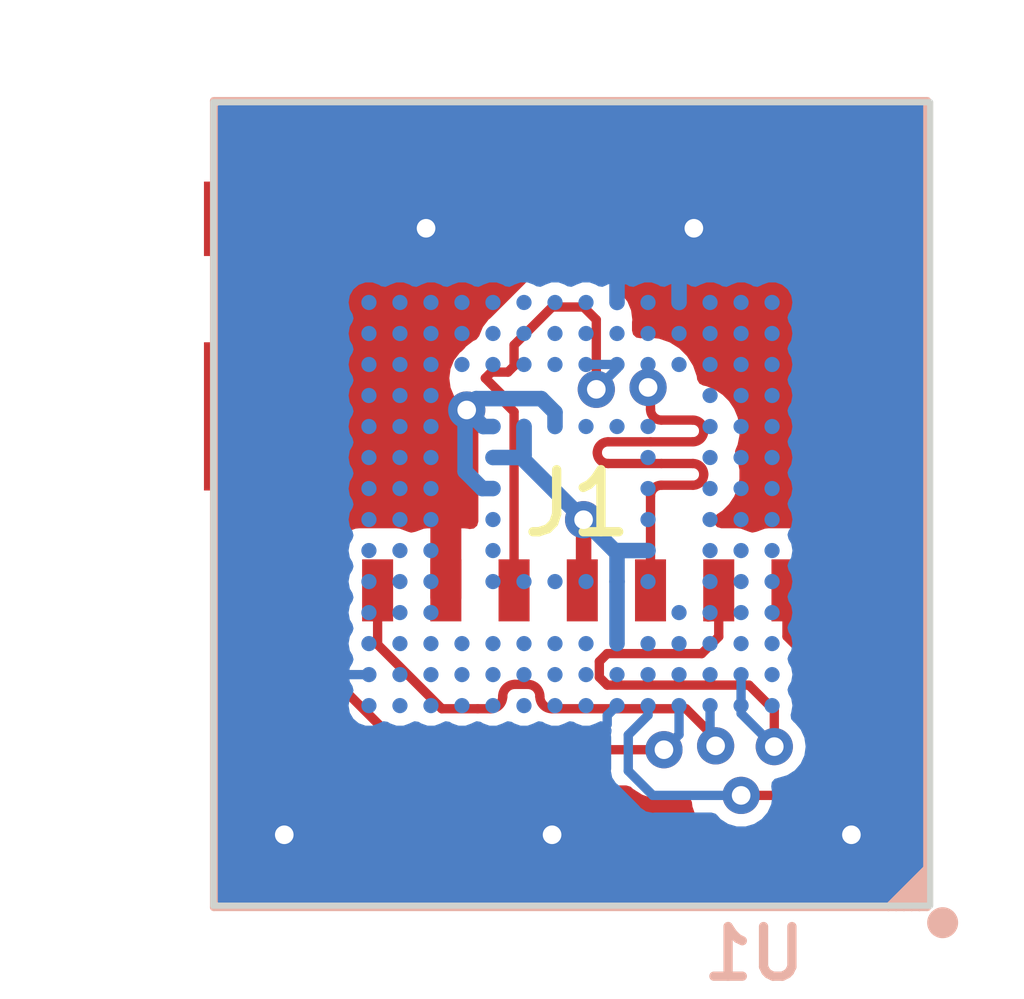
<source format=kicad_pcb>
(kicad_pcb (version 20221018) (generator pcbnew)
  (layers (0 "F.Cu" signal) (31 "B.Cu" signal) (34 "B.Paste" user) (35 "F.Paste" user) (36 "B.SilkS" user "B.Silkscreen") (37 "F.SilkS" user "F.Silkscreen") (38 "B.Mask" user) (39 "F.Mask" user) (44 "Edge.Cuts" user))
  (net 0 "")
  (net 1 "Net-(J1-DAT2)")
  (net 2 "Net-(J1-DAT3{slash}CD)")
  (net 3 "Net-(J1-CMD)")
  (net 4 "Net-(J1-CLK)")
  (net 5 "GND")
  (net 6 "Net-(J1-DAT0)")
  (net 7 "Net-(J1-DAT1)")
  (net 13 "VDD")
  (footprint "Library:microsd_molex_1051620001" (layer "F.Cu") (at 99.06 69.705)
    (fp_text reference "J1" (at 0.28 2.17) (layer "F.SilkS"))
    (fp_text value "Micro_SD_Card")
    (pad "" smd rect (at -2.035 -3.665) (size 2.91 0.55) (layers "F.Cu" "F.Paste" "F.Mask") (net 5 "GND"))
    (pad "" smd rect (at 2.155 -3.665) (size 2.91 0.55) (layers "F.Cu" "F.Paste" "F.Mask") (net 5 "GND"))
    (pad "1" smd rect (at 3.66 3.57) (size 0.5 1) (layers "F.Cu" "F.Paste" "F.Mask") (net 1 "Net-(J1-DAT2)"))
    (pad "2" smd rect (at 2.56 3.57) (size 0.5 1) (layers "F.Cu" "F.Paste" "F.Mask") (net 2 "Net-(J1-DAT3{slash}CD)"))
    (pad "3" smd rect (at 1.46 3.57) (size 0.5 1) (layers "F.Cu" "F.Paste" "F.Mask") (net 3 "Net-(J1-CMD)"))
    (pad "4" smd rect (at 0.36 3.57) (size 0.5 1) (layers "F.Cu" "F.Paste" "F.Mask") (net 13 "VDD"))
    (pad "5" smd rect (at -0.74 3.57) (size 0.5 1) (layers "F.Cu" "F.Paste" "F.Mask") (net 4 "Net-(J1-CLK)"))
    (pad "6" smd rect (at -1.84 3.57) (size 0.5 1) (layers "F.Cu" "F.Paste" "F.Mask") (net 5 "GND"))
    (pad "7" smd rect (at -2.94 3.57) (size 0.5 1) (layers "F.Cu" "F.Paste" "F.Mask") (net 6 "Net-(J1-DAT0)"))
    (pad "8" smd rect (at -4.04 3.57) (size 0.5 1) (layers "F.Cu" "F.Paste" "F.Mask") (net 7 "Net-(J1-DAT1)"))
    (pad "9" smd rect (at 5.42 0.89) (size 0.72 0.78) (layers "F.Cu" "F.Paste" "F.Mask") (net 5 "GND"))
    (pad "MP" smd rect (at -5.215 -2.42) (size 1.05 1.2) (layers "F.Cu" "F.Paste" "F.Mask") (net 5 "GND"))
    (pad "MP" smd rect (at -5.215 0.765) (size 1.05 2.39) (layers "F.Cu" "F.Paste" "F.Mask") (net 5 "GND"))
    (pad "MP" smd rect (at 5.42 -0.38) (size 1.05 1.08) (layers "F.Cu" "F.Paste" "F.Mask") (net 5 "GND"))
    (pad "MP" smd rect (at 5.43 -2.99) (size 1.05 1.2) (layers "F.Cu" "F.Paste" "F.Mask") (net 5 "GND"))
  )
  (footprint "Library:BGA153EMMC-reversed" (layer "B.Cu") (at 99.23 72.3835 180)
    (fp_text reference "U1" (at -2.96 -6.75) (layer "B.SilkS") (effects (font (size 0.8 0.8)) (justify mirror)))
    (fp_text value "EMMC04G-S100-B08U")
    (fp_line (start -5.75 -6) (end -5.75 -5.875) (stroke (width 0.127)) (layer "B.SilkS"))
    (fp_line (start -5.75 -5.875) (end -5.75 -5.75) (stroke (width 0.127)) (layer "B.SilkS"))
    (fp_line (start -5.75 -5.875) (end -5.625 -6) (stroke (width 0.127)) (layer "B.SilkS"))
    (fp_line (start -5.75 -5.75) (end -5.75 -5.625) (stroke (width 0.127)) (layer "B.SilkS"))
    (fp_line (start -5.75 -5.75) (end -5.5 -6) (stroke (width 0.127)) (layer "B.SilkS"))
    (fp_line (start -5.75 -5.625) (end -5.75 -5.5) (stroke (width 0.127)) (layer "B.SilkS"))
    (fp_line (start -5.75 -5.625) (end -5.375 -6) (stroke (width 0.127)) (layer "B.SilkS"))
    (fp_line (start -5.75 -5.5) (end -5.75 -5.375) (stroke (width 0.127)) (layer "B.SilkS"))
    (fp_line (start -5.75 -5.5) (end -5.25 -6) (stroke (width 0.127)) (layer "B.SilkS"))
    (fp_line (start -5.75 -5.375) (end -5.75 7) (stroke (width 0.127)) (layer "B.SilkS"))
    (fp_line (start -5.75 -5.375) (end -5.125 -6) (stroke (width 0.127)) (layer "B.SilkS"))
    (fp_line (start -5.75 7) (end 5.75 7) (stroke (width 0.127)) (layer "B.SilkS"))
    (fp_line (start -5.625 -6) (end -5.75 -6) (stroke (width 0.127)) (layer "B.SilkS"))
    (fp_line (start -5.5 -6) (end -5.625 -6) (stroke (width 0.127)) (layer "B.SilkS"))
    (fp_line (start -5.375 -6) (end -5.5 -6) (stroke (width 0.127)) (layer "B.SilkS"))
    (fp_line (start -5.25 -6) (end -5.375 -6) (stroke (width 0.127)) (layer "B.SilkS"))
    (fp_line (start -5.125 -6) (end -5.25 -6) (stroke (width 0.127)) (layer "B.SilkS"))
    (fp_line (start 5.75 -6) (end -5.125 -6) (stroke (width 0.127)) (layer "B.SilkS"))
    (fp_line (start 5.75 7) (end 5.75 -6) (stroke (width 0.127)) (layer "B.SilkS"))
    (fp_circle (center -6 -6.25) (end -5.875 -6.25) (stroke (width 0.25)) (fill none) (layer "B.SilkS"))
    (pad "A1" smd circle (at -3.25 -2.75 180) (size 0.245 0.245) (layers "B.Cu" "B.Paste" "B.Mask"))
    (pad "A2" smd circle (at -2.75 -2.75 180) (size 0.245 0.245) (layers "B.Cu" "B.Paste" "B.Mask"))
    (pad "A3" smd circle (at -2.25 -2.75 180) (size 0.245 0.245) (layers "B.Cu" "B.Paste" "B.Mask") (net 6 "Net-(J1-DAT0)"))
    (pad "A4" smd circle (at -1.75 -2.75 180) (size 0.245 0.245) (layers "B.Cu" "B.Paste" "B.Mask") (net 7 "Net-(J1-DAT1)"))
    (pad "A5" smd circle (at -1.25 -2.75 180) (size 0.245 0.245) (layers "B.Cu" "B.Paste" "B.Mask") (net 1 "Net-(J1-DAT2)"))
    (pad "A6" smd circle (at -0.75 -2.75 180) (size 0.245 0.245) (layers "B.Cu" "B.Paste" "B.Mask"))
    (pad "A7" smd circle (at -0.25 -2.75 180) (size 0.245 0.245) (layers "B.Cu" "B.Paste" "B.Mask"))
    (pad "A8" smd circle (at 0.25 -2.75 180) (size 0.245 0.245) (layers "B.Cu" "B.Paste" "B.Mask"))
    (pad "A9" smd circle (at 0.75 -2.75 180) (size 0.245 0.245) (layers "B.Cu" "B.Paste" "B.Mask"))
    (pad "A10" smd circle (at 1.25 -2.75 180) (size 0.245 0.245) (layers "B.Cu" "B.Paste" "B.Mask"))
    (pad "A11" smd circle (at 1.75 -2.75 180) (size 0.245 0.245) (layers "B.Cu" "B.Paste" "B.Mask"))
    (pad "A12" smd circle (at 2.25 -2.75 180) (size 0.245 0.245) (layers "B.Cu" "B.Paste" "B.Mask"))
    (pad "A13" smd circle (at 2.75 -2.75 180) (size 0.245 0.245) (layers "B.Cu" "B.Paste" "B.Mask"))
    (pad "A14" smd circle (at 3.25 -2.75 180) (size 0.245 0.245) (layers "B.Cu" "B.Paste" "B.Mask"))
    (pad "B1" smd circle (at -3.25 -2.25 180) (size 0.245 0.245) (layers "B.Cu" "B.Paste" "B.Mask"))
    (pad "B2" smd circle (at -2.75 -2.25 180) (size 0.245 0.245) (layers "B.Cu" "B.Paste" "B.Mask") (net 2 "Net-(J1-DAT3{slash}CD)"))
    (pad "B3" smd circle (at -2.25 -2.25 180) (size 0.245 0.245) (layers "B.Cu" "B.Paste" "B.Mask"))
    (pad "B4" smd circle (at -1.75 -2.25 180) (size 0.245 0.245) (layers "B.Cu" "B.Paste" "B.Mask"))
    (pad "B5" smd circle (at -1.25 -2.25 180) (size 0.245 0.245) (layers "B.Cu" "B.Paste" "B.Mask"))
    (pad "B6" smd circle (at -0.75 -2.25 180) (size 0.245 0.245) (layers "B.Cu" "B.Paste" "B.Mask"))
    (pad "B7" smd circle (at -0.25 -2.25 180) (size 0.245 0.245) (layers "B.Cu" "B.Paste" "B.Mask"))
    (pad "B8" smd circle (at 0.25 -2.25 180) (size 0.245 0.245) (layers "B.Cu" "B.Paste" "B.Mask"))
    (pad "B9" smd circle (at 0.75 -2.25 180) (size 0.245 0.245) (layers "B.Cu" "B.Paste" "B.Mask"))
    (pad "B10" smd circle (at 1.25 -2.25 180) (size 0.245 0.245) (layers "B.Cu" "B.Paste" "B.Mask"))
    (pad "B11" smd circle (at 1.75 -2.25 180) (size 0.245 0.245) (layers "B.Cu" "B.Paste" "B.Mask"))
    (pad "B12" smd circle (at 2.25 -2.25 180) (size 0.245 0.245) (layers "B.Cu" "B.Paste" "B.Mask"))
    (pad "B13" smd circle (at 2.75 -2.25 180) (size 0.245 0.245) (layers "B.Cu" "B.Paste" "B.Mask"))
    (pad "B14" smd circle (at 3.25 -2.25 180) (size 0.245 0.245) (layers "B.Cu" "B.Paste" "B.Mask"))
    (pad "C1" smd circle (at -3.25 -1.75 180) (size 0.245 0.245) (layers "B.Cu" "B.Paste" "B.Mask"))
    (pad "C2" smd circle (at -2.75 -1.75 180) (size 0.245 0.245) (layers "B.Cu" "B.Paste" "B.Mask") (net 13 "VDD"))
    (pad "C3" smd circle (at -2.25 -1.75 180) (size 0.245 0.245) (layers "B.Cu" "B.Paste" "B.Mask"))
    (pad "C4" smd circle (at -1.75 -1.75 180) (size 0.245 0.245) (layers "B.Cu" "B.Paste" "B.Mask") (net 5 "GND"))
    (pad "C5" smd circle (at -1.25 -1.75 180) (size 0.245 0.245) (layers "B.Cu" "B.Paste" "B.Mask"))
    (pad "C6" smd circle (at -0.75 -1.75 180) (size 0.245 0.245) (layers "B.Cu" "B.Paste" "B.Mask") (net 13 "VDD"))
    (pad "C7" smd circle (at -0.25 -1.75 180) (size 0.245 0.245) (layers "B.Cu" "B.Paste" "B.Mask"))
    (pad "C8" smd circle (at 0.25 -1.75 180) (size 0.245 0.245) (layers "B.Cu" "B.Paste" "B.Mask"))
    (pad "C9" smd circle (at 0.75 -1.75 180) (size 0.245 0.245) (layers "B.Cu" "B.Paste" "B.Mask"))
    (pad "C10" smd circle (at 1.25 -1.75 180) (size 0.245 0.245) (layers "B.Cu" "B.Paste" "B.Mask"))
    (pad "C11" smd circle (at 1.75 -1.75 180) (size 0.245 0.245) (layers "B.Cu" "B.Paste" "B.Mask"))
    (pad "C12" smd circle (at 2.25 -1.75 180) (size 0.245 0.245) (layers "B.Cu" "B.Paste" "B.Mask"))
    (pad "C13" smd circle (at 2.75 -1.75 180) (size 0.245 0.245) (layers "B.Cu" "B.Paste" "B.Mask"))
    (pad "C14" smd circle (at 3.25 -1.75 180) (size 0.245 0.245) (layers "B.Cu" "B.Paste" "B.Mask"))
    (pad "D1" smd circle (at -3.25 -1.25 180) (size 0.245 0.245) (layers "B.Cu" "B.Paste" "B.Mask") (net 5 "GND"))
    (pad "D2" smd circle (at -2.75 -1.25 180) (size 0.245 0.245) (layers "B.Cu" "B.Paste" "B.Mask"))
    (pad "D3" smd circle (at -2.25 -1.25 180) (size 0.245 0.245) (layers "B.Cu" "B.Paste" "B.Mask"))
    (pad "D4" smd circle (at -1.75 -1.25 180) (size 0.245 0.245) (layers "B.Cu" "B.Paste" "B.Mask"))
    (pad "D12" smd circle (at 2.25 -1.25 180) (size 0.245 0.245) (layers "B.Cu" "B.Paste" "B.Mask"))
    (pad "D13" smd circle (at 2.75 -1.25 180) (size 0.245 0.245) (layers "B.Cu" "B.Paste" "B.Mask"))
    (pad "D14" smd circle (at 3.25 -1.25 180) (size 0.245 0.245) (layers "B.Cu" "B.Paste" "B.Mask"))
    (pad "E1" smd circle (at -3.25 -0.75 180) (size 0.245 0.245) (layers "B.Cu" "B.Paste" "B.Mask"))
    (pad "E2" smd circle (at -2.75 -0.75 180) (size 0.245 0.245) (layers "B.Cu" "B.Paste" "B.Mask"))
    (pad "E3" smd circle (at -2.25 -0.75 180) (size 0.245 0.245) (layers "B.Cu" "B.Paste" "B.Mask"))
    (pad "E5" smd circle (at -1.25 -0.75 180) (size 0.245 0.245) (layers "B.Cu" "B.Paste" "B.Mask"))
    (pad "E6" smd circle (at -0.75 -0.75 180) (size 0.245 0.245) (layers "B.Cu" "B.Paste" "B.Mask") (net 13 "VDD"))
    (pad "E7" smd circle (at -0.25 -0.75 180) (size 0.245 0.245) (layers "B.Cu" "B.Paste" "B.Mask") (net 5 "GND"))
    (pad "E8" smd circle (at 0.25 -0.75 180) (size 0.245 0.245) (layers "B.Cu" "B.Paste" "B.Mask"))
    (pad "E9" smd circle (at 0.75 -0.75 180) (size 0.245 0.245) (layers "B.Cu" "B.Paste" "B.Mask"))
    (pad "E10" smd circle (at 1.25 -0.75 180) (size 0.245 0.245) (layers "B.Cu" "B.Paste" "B.Mask"))
    (pad "E12" smd circle (at 2.25 -0.75 180) (size 0.245 0.245) (layers "B.Cu" "B.Paste" "B.Mask"))
    (pad "E13" smd circle (at 2.75 -0.75 180) (size 0.245 0.245) (layers "B.Cu" "B.Paste" "B.Mask"))
    (pad "E14" smd circle (at 3.25 -0.75 180) (size 0.245 0.245) (layers "B.Cu" "B.Paste" "B.Mask"))
    (pad "F1" smd circle (at -3.25 -0.25 180) (size 0.245 0.245) (layers "B.Cu" "B.Paste" "B.Mask"))
    (pad "F2" smd circle (at -2.75 -0.25 180) (size 0.245 0.245) (layers "B.Cu" "B.Paste" "B.Mask"))
    (pad "F3" smd circle (at -2.25 -0.25 180) (size 0.245 0.245) (layers "B.Cu" "B.Paste" "B.Mask"))
    (pad "F5" smd circle (at -1.25 -0.25 180) (size 0.245 0.245) (layers "B.Cu" "B.Paste" "B.Mask") (net 13 "VDD"))
    (pad "F10" smd circle (at 1.25 -0.25 180) (size 0.245 0.245) (layers "B.Cu" "B.Paste" "B.Mask"))
    (pad "F12" smd circle (at 2.25 -0.25 180) (size 0.245 0.245) (layers "B.Cu" "B.Paste" "B.Mask"))
    (pad "F13" smd circle (at 2.75 -0.25 180) (size 0.245 0.245) (layers "B.Cu" "B.Paste" "B.Mask"))
    (pad "F14" smd circle (at 3.25 -0.25 180) (size 0.245 0.245) (layers "B.Cu" "B.Paste" "B.Mask"))
    (pad "G1" smd circle (at -3.25 0.25 180) (size 0.245 0.245) (layers "B.Cu" "B.Paste" "B.Mask"))
    (pad "G2" smd circle (at -2.75 0.25 180) (size 0.245 0.245) (layers "B.Cu" "B.Paste" "B.Mask"))
    (pad "G3" smd circle (at -2.25 0.25 180) (size 0.245 0.245) (layers "B.Cu" "B.Paste" "B.Mask"))
    (pad "G5" smd circle (at -1.25 0.25 180) (size 0.245 0.245) (layers "B.Cu" "B.Paste" "B.Mask") (net 5 "GND"))
    (pad "G10" smd circle (at 1.25 0.25 180) (size 0.245 0.245) (layers "B.Cu" "B.Paste" "B.Mask"))
    (pad "G12" smd circle (at 2.25 0.25 180) (size 0.245 0.245) (layers "B.Cu" "B.Paste" "B.Mask"))
    (pad "G13" smd circle (at 2.75 0.25 180) (size 0.245 0.245) (layers "B.Cu" "B.Paste" "B.Mask"))
    (pad "G14" smd circle (at 3.25 0.25 180) (size 0.245 0.245) (layers "B.Cu" "B.Paste" "B.Mask"))
    (pad "H1" smd circle (at -3.25 0.75 180) (size 0.245 0.245) (layers "B.Cu" "B.Paste" "B.Mask"))
    (pad "H2" smd circle (at -2.75 0.75 180) (size 0.245 0.245) (layers "B.Cu" "B.Paste" "B.Mask"))
    (pad "H3" smd circle (at -2.25 0.75 180) (size 0.245 0.245) (layers "B.Cu" "B.Paste" "B.Mask"))
    (pad "H5" smd circle (at -1.25 0.75 180) (size 0.245 0.245) (layers "B.Cu" "B.Paste" "B.Mask"))
    (pad "H10" smd circle (at 1.25 0.75 180) (size 0.245 0.245) (layers "B.Cu" "B.Paste" "B.Mask") (net 5 "GND"))
    (pad "H12" smd circle (at 2.25 0.75 180) (size 0.245 0.245) (layers "B.Cu" "B.Paste" "B.Mask"))
    (pad "H13" smd circle (at 2.75 0.75 180) (size 0.245 0.245) (layers "B.Cu" "B.Paste" "B.Mask"))
    (pad "H14" smd circle (at 3.25 0.75 180) (size 0.245 0.245) (layers "B.Cu" "B.Paste" "B.Mask"))
    (pad "J1" smd circle (at -3.25 1.25 180) (size 0.245 0.245) (layers "B.Cu" "B.Paste" "B.Mask"))
    (pad "J2" smd circle (at -2.75 1.25 180) (size 0.245 0.245) (layers "B.Cu" "B.Paste" "B.Mask"))
    (pad "J3" smd circle (at -2.25 1.25 180) (size 0.245 0.245) (layers "B.Cu" "B.Paste" "B.Mask"))
    (pad "J5" smd circle (at -1.25 1.25 180) (size 0.245 0.245) (layers "B.Cu" "B.Paste" "B.Mask"))
    (pad "J10" smd circle (at 1.25 1.25 180) (size 0.245 0.245) (layers "B.Cu" "B.Paste" "B.Mask") (net 13 "VDD"))
    (pad "J12" smd circle (at 2.25 1.25 180) (size 0.245 0.245) (layers "B.Cu" "B.Paste" "B.Mask"))
    (pad "J13" smd circle (at 2.75 1.25 180) (size 0.245 0.245) (layers "B.Cu" "B.Paste" "B.Mask"))
    (pad "J14" smd circle (at 3.25 1.25 180) (size 0.245 0.245) (layers "B.Cu" "B.Paste" "B.Mask"))
    (pad "K1" smd circle (at -3.25 1.75 180) (size 0.245 0.245) (layers "B.Cu" "B.Paste" "B.Mask"))
    (pad "K2" smd circle (at -2.75 1.75 180) (size 0.245 0.245) (layers "B.Cu" "B.Paste" "B.Mask"))
    (pad "K3" smd circle (at -2.25 1.75 180) (size 0.245 0.245) (layers "B.Cu" "B.Paste" "B.Mask"))
    (pad "K5" smd circle (at -1.25 1.75 180) (size 0.245 0.245) (layers "B.Cu" "B.Paste" "B.Mask"))
    (pad "K6" smd circle (at -0.75 1.75 180) (size 0.245 0.245) (layers "B.Cu" "B.Paste" "B.Mask"))
    (pad "K7" smd circle (at -0.25 1.75 180) (size 0.245 0.245) (layers "B.Cu" "B.Paste" "B.Mask"))
    (pad "K8" smd circle (at 0.25 1.75 180) (size 0.245 0.245) (layers "B.Cu" "B.Paste" "B.Mask") (net 5 "GND"))
    (pad "K9" smd circle (at 0.75 1.75 180) (size 0.245 0.245) (layers "B.Cu" "B.Paste" "B.Mask") (net 13 "VDD"))
    (pad "K10" smd circle (at 1.25 1.75 180) (size 0.245 0.245) (layers "B.Cu" "B.Paste" "B.Mask") (net 5 "GND"))
    (pad "K12" smd circle (at 2.25 1.75 180) (size 0.245 0.245) (layers "B.Cu" "B.Paste" "B.Mask"))
    (pad "K13" smd circle (at 2.75 1.75 180) (size 0.245 0.245) (layers "B.Cu" "B.Paste" "B.Mask"))
    (pad "K14" smd circle (at 3.25 1.75 180) (size 0.245 0.245) (layers "B.Cu" "B.Paste" "B.Mask"))
    (pad "L1" smd circle (at -3.25 2.25 180) (size 0.245 0.245) (layers "B.Cu" "B.Paste" "B.Mask"))
    (pad "L2" smd circle (at -2.75 2.25 180) (size 0.245 0.245) (layers "B.Cu" "B.Paste" "B.Mask"))
    (pad "L3" smd circle (at -2.25 2.25 180) (size 0.245 0.245) (layers "B.Cu" "B.Paste" "B.Mask"))
    (pad "L12" smd circle (at 2.25 2.25 180) (size 0.245 0.245) (layers "B.Cu" "B.Paste" "B.Mask"))
    (pad "L13" smd circle (at 2.75 2.25 180) (size 0.245 0.245) (layers "B.Cu" "B.Paste" "B.Mask"))
    (pad "L14" smd circle (at 3.25 2.25 180) (size 0.245 0.245) (layers "B.Cu" "B.Paste" "B.Mask"))
    (pad "M1" smd circle (at -3.25 2.75 180) (size 0.245 0.245) (layers "B.Cu" "B.Paste" "B.Mask"))
    (pad "M2" smd circle (at -2.75 2.75 180) (size 0.245 0.245) (layers "B.Cu" "B.Paste" "B.Mask"))
    (pad "M3" smd circle (at -2.25 2.75 180) (size 0.245 0.245) (layers "B.Cu" "B.Paste" "B.Mask"))
    (pad "M4" smd circle (at -1.75 2.75 180) (size 0.245 0.245) (layers "B.Cu" "B.Paste" "B.Mask") (net 13 "VDD"))
    (pad "M5" smd circle (at -1.25 2.75 180) (size 0.245 0.245) (layers "B.Cu" "B.Paste" "B.Mask") (net 3 "Net-(J1-CMD)"))
    (pad "M6" smd circle (at -0.75 2.75 180) (size 0.245 0.245) (layers "B.Cu" "B.Paste" "B.Mask") (net 4 "Net-(J1-CLK)"))
    (pad "M7" smd circle (at -0.25 2.75 180) (size 0.245 0.245) (layers "B.Cu" "B.Paste" "B.Mask"))
    (pad "M8" smd circle (at 0.25 2.75 180) (size 0.245 0.245) (layers "B.Cu" "B.Paste" "B.Mask"))
    (pad "M9" smd circle (at 0.75 2.75 180) (size 0.245 0.245) (layers "B.Cu" "B.Paste" "B.Mask"))
    (pad "M10" smd circle (at 1.25 2.75 180) (size 0.245 0.245) (layers "B.Cu" "B.Paste" "B.Mask"))
    (pad "M11" smd circle (at 1.75 2.75 180) (size 0.245 0.245) (layers "B.Cu" "B.Paste" "B.Mask"))
    (pad "M12" smd circle (at 2.25 2.75 180) (size 0.245 0.245) (layers "B.Cu" "B.Paste" "B.Mask"))
    (pad "M13" smd circle (at 2.75 2.75 180) (size 0.245 0.245) (layers "B.Cu" "B.Paste" "B.Mask"))
    (pad "M14" smd circle (at 3.25 2.75 180) (size 0.245 0.245) (layers "B.Cu" "B.Paste" "B.Mask"))
    (pad "N1" smd circle (at -3.25 3.25 180) (size 0.245 0.245) (layers "B.Cu" "B.Paste" "B.Mask"))
    (pad "N2" smd circle (at -2.75 3.25 180) (size 0.245 0.245) (layers "B.Cu" "B.Paste" "B.Mask") (net 5 "GND"))
    (pad "N3" smd circle (at -2.25 3.25 180) (size 0.245 0.245) (layers "B.Cu" "B.Paste" "B.Mask"))
    (pad "N4" smd circle (at -1.75 3.25 180) (size 0.245 0.245) (layers "B.Cu" "B.Paste" "B.Mask") (net 13 "VDD"))
    (pad "N5" smd circle (at -1.25 3.25 180) (size 0.245 0.245) (layers "B.Cu" "B.Paste" "B.Mask") (net 5 "GND"))
    (pad "N6" smd circle (at -0.75 3.25 180) (size 0.245 0.245) (layers "B.Cu" "B.Paste" "B.Mask"))
    (pad "N7" smd circle (at -0.25 3.25 180) (size 0.245 0.245) (layers "B.Cu" "B.Paste" "B.Mask"))
    (pad "N8" smd circle (at 0.25 3.25 180) (size 0.245 0.245) (layers "B.Cu" "B.Paste" "B.Mask"))
    (pad "N9" smd circle (at 0.75 3.25 180) (size 0.245 0.245) (layers "B.Cu" "B.Paste" "B.Mask"))
    (pad "N10" smd circle (at 1.25 3.25 180) (size 0.245 0.245) (layers "B.Cu" "B.Paste" "B.Mask"))
    (pad "N11" smd circle (at 1.75 3.25 180) (size 0.245 0.245) (layers "B.Cu" "B.Paste" "B.Mask"))
    (pad "N12" smd circle (at 2.25 3.25 180) (size 0.245 0.245) (layers "B.Cu" "B.Paste" "B.Mask"))
    (pad "N13" smd circle (at 2.75 3.25 180) (size 0.245 0.245) (layers "B.Cu" "B.Paste" "B.Mask"))
    (pad "N14" smd circle (at 3.25 3.25 180) (size 0.245 0.245) (layers "B.Cu" "B.Paste" "B.Mask"))
    (pad "P1" smd circle (at -3.25 3.75 180) (size 0.245 0.245) (layers "B.Cu" "B.Paste" "B.Mask"))
    (pad "P2" smd circle (at -2.75 3.75 180) (size 0.245 0.245) (layers "B.Cu" "B.Paste" "B.Mask"))
    (pad "P3" smd circle (at -2.25 3.75 180) (size 0.245 0.245) (layers "B.Cu" "B.Paste" "B.Mask") (net 13 "VDD"))
    (pad "P4" smd circle (at -1.75 3.75 180) (size 0.245 0.245) (layers "B.Cu" "B.Paste" "B.Mask"))
    (pad "P5" smd circle (at -1.25 3.75 180) (size 0.245 0.245) (layers "B.Cu" "B.Paste" "B.Mask") (net 13 "VDD"))
    (pad "P6" smd circle (at -0.75 3.75 180) (size 0.245 0.245) (layers "B.Cu" "B.Paste" "B.Mask"))
    (pad "P7" smd circle (at -0.25 3.75 180) (size 0.245 0.245) (layers "B.Cu" "B.Paste" "B.Mask"))
    (pad "P8" smd circle (at 0.25 3.75 180) (size 0.245 0.245) (layers "B.Cu" "B.Paste" "B.Mask"))
    (pad "P9" smd circle (at 0.75 3.75 180) (size 0.245 0.245) (layers "B.Cu" "B.Paste" "B.Mask"))
    (pad "P10" smd circle (at 1.25 3.75 180) (size 0.245 0.245) (layers "B.Cu" "B.Paste" "B.Mask"))
    (pad "P11" smd circle (at 1.75 3.75 180) (size 0.245 0.245) (layers "B.Cu" "B.Paste" "B.Mask"))
    (pad "P12" smd circle (at 2.25 3.75 180) (size 0.245 0.245) (layers "B.Cu" "B.Paste" "B.Mask"))
    (pad "P13" smd circle (at 2.75 3.75 180) (size 0.245 0.245) (layers "B.Cu" "B.Paste" "B.Mask"))
    (pad "P14" smd circle (at 3.25 3.75 180) (size 0.245 0.245) (layers "B.Cu" "B.Paste" "B.Mask"))
  )
  (gr_rect (start 93.472 65.405) (end 105.029 78.359) (stroke (width 0.1)) (fill none) (layer "Edge.Cuts"))
  (segment (start 103.319479 75.755) (end 103.299 75.755) (width 0.15) (layer "F.Cu") (net 1))
  (segment (start 103.124 75.93) (end 103.124 76.073) (width 0.15) (layer "F.Cu") (net 1))
  (segment (start 103.049 75.405) (end 103.124 75.405) (width 0.15) (layer "F.Cu") (net 1))
  (segment (start 103.124 74.422) (end 103.124 74.93) (width 0.15) (layer "F.Cu") (net 1))
  (segment (start 102.974 75.08) (end 102.974 75.33) (width 0.15) (layer "F.Cu") (net 1))
  (segment (start 102.616 76.581) (end 101.981 76.581) (width 0.15) (layer "F.Cu") (net 1))
  (segment (start 103.124 75.405) (end 103.319479 75.405) (width 0.15) (layer "F.Cu") (net 1))
  (segment (start 103.124 76.073) (end 102.616 76.581) (width 0.15) (layer "F.Cu") (net 1))
  (segment (start 102.72 74.018) (end 103.124 74.422) (width 0.15) (layer "F.Cu") (net 1))
  (segment (start 102.72 73.275) (end 102.72 74.018) (width 0.15) (layer "F.Cu") (net 1))
  (via (at 101.981 76.581) (size 0.6) (drill 0.3) (layers "F.Cu" "B.Cu") (net 1))
  (arc (start 102.974 75.33) (mid 102.995967 75.383033) (end 103.049 75.405) (width 0.15) (layer "F.Cu") (net 1))
  (arc (start 103.124 74.93) (mid 103.102033 74.983033) (end 103.049 75.005) (width 0.15) (layer "F.Cu") (net 1))
  (arc (start 103.299 75.755) (mid 103.175256 75.806256) (end 103.124 75.93) (width 0.15) (layer "F.Cu") (net 1))
  (arc (start 103.494479 75.58) (mid 103.443223 75.703744) (end 103.319479 75.755) (width 0.15) (layer "F.Cu") (net 1))
  (arc (start 103.319479 75.405) (mid 103.443223 75.456256) (end 103.494479 75.58) (width 0.15) (layer "F.Cu") (net 1))
  (arc (start 103.049 75.005) (mid 102.995967 75.026967) (end 102.974 75.08) (width 0.15) (layer "F.Cu") (net 1))
  (segment (start 100.161587 76.185587) (end 100.557 76.581) (width 0.15) (layer "B.Cu") (net 1))
  (segment (start 100.48 75.1335) (end 100.48 75.288001) (width 0.15) (layer "B.Cu") (net 1))
  (segment (start 100.48 75.288001) (end 100.161587 75.606414) (width 0.15) (layer "B.Cu") (net 1))
  (segment (start 100.161587 75.606414) (end 100.161587 76.185587) (width 0.15) (layer "B.Cu") (net 1))
  (segment (start 100.557 76.581) (end 101.981 76.581) (width 0.15) (layer "B.Cu") (net 1))
  (segment (start 101.62 73.53) (end 101.62 73.275) (width 0.15) (layer "F.Cu") (net 2))
  (segment (start 101.62 73.275) (end 101.62 74.021) (width 0.15) (layer "F.Cu") (net 2))
  (segment (start 99.695 74.422) (end 99.695 74.676) (width 0.15) (layer "F.Cu") (net 2))
  (segment (start 102.108 74.803) (end 102.515544 75.210544) (width 0.15) (layer "F.Cu") (net 2))
  (segment (start 101.346 74.295) (end 99.822 74.295) (width 0.15) (layer "F.Cu") (net 2))
  (segment (start 99.822 74.803) (end 102.108 74.803) (width 0.15) (layer "F.Cu") (net 2))
  (segment (start 102.515544 75.210544) (end 102.515544 75.79437) (width 0.15) (layer "F.Cu") (net 2))
  (segment (start 101.62 74.021) (end 101.346 74.295) (width 0.15) (layer "F.Cu") (net 2))
  (segment (start 99.822 74.295) (end 99.695 74.422) (width 0.15) (layer "F.Cu") (net 2))
  (segment (start 99.695 74.676) (end 99.822 74.803) (width 0.15) (layer "F.Cu") (net 2))
  (via (at 102.515544 75.79437) (size 0.6) (drill 0.3) (layers "F.Cu" "B.Cu") (net 2))
  (arc (start 101.445 73.705) (mid 101.568744 73.653744) (end 101.62 73.53) (width 0.15) (layer "F.Cu") (net 2))
  (segment (start 101.98 75.258826) (end 102.515544 75.79437) (width 0.15) (layer "B.Cu") (net 2))
  (segment (start 101.98 75.1335) (end 101.98 75.258826) (width 0.15) (layer "B.Cu") (net 2))
  (segment (start 101.98 74.6335) (end 101.98 75.1335) (width 0.15) (layer "B.Cu") (net 2))
  (segment (start 100.695 71.23) (end 99.837022 71.23) (width 0.15) (layer "F.Cu") (net 3))
  (segment (start 100.695 71.58) (end 101.202952 71.58) (width 0.15) (layer "F.Cu") (net 3))
  (segment (start 101.202952 71.23) (end 100.695 71.23) (width 0.15) (layer "F.Cu") (net 3))
  (segment (start 100.52 73.275) (end 100.52 71.755) (width 0.15) (layer "F.Cu") (net 3))
  (segment (start 100.52 70.88) (end 101.202952 70.88) (width 0.15) (layer "F.Cu") (net 3))
  (segment (start 101.202952 70.53) (end 100.695 70.53) (width 0.15) (layer "F.Cu") (net 3))
  (segment (start 100.52 70.042931) (end 100.480235 70.003166) (width 0.15) (layer "F.Cu") (net 3))
  (segment (start 99.837022 70.88) (end 100.52 70.88) (width 0.15) (layer "F.Cu") (net 3))
  (segment (start 100.52 70.355) (end 100.52 70.042931) (width 0.15) (layer "F.Cu") (net 3))
  (via (at 100.480235 70.003166) (size 0.6) (drill 0.3) (layers "F.Cu" "B.Cu") (net 3))
  (arc (start 101.202952 71.58) (mid 101.326696 71.528744) (end 101.377952 71.405) (width 0.15) (layer "F.Cu") (net 3))
  (arc (start 101.377952 71.405) (mid 101.326696 71.281256) (end 101.202952 71.23) (width 0.15) (layer "F.Cu") (net 3))
  (arc (start 99.837022 71.23) (mid 99.713278 71.178744) (end 99.662022 71.055) (width 0.15) (layer "F.Cu") (net 3))
  (arc (start 100.695 70.53) (mid 100.571256 70.478744) (end 100.52 70.355) (width 0.15) (layer "F.Cu") (net 3))
  (arc (start 100.52 71.755) (mid 100.571256 71.631256) (end 100.695 71.58) (width 0.15) (layer "F.Cu") (net 3))
  (arc (start 99.662022 71.055) (mid 99.713278 70.931256) (end 99.837022 70.88) (width 0.15) (layer "F.Cu") (net 3))
  (arc (start 101.202952 70.88) (mid 101.326696 70.828744) (end 101.377952 70.705) (width 0.15) (layer "F.Cu") (net 3))
  (arc (start 101.377952 70.705) (mid 101.326696 70.581256) (end 101.202952 70.53) (width 0.15) (layer "F.Cu") (net 3))
  (segment (start 100.48 69.6335) (end 100.48 70.002931) (width 0.15) (layer "B.Cu") (net 3))
  (segment (start 100.48 70.002931) (end 100.480235 70.003166) (width 0.15) (layer "B.Cu") (net 3))
  (segment (start 98.221415 69.756585) (end 98.32 69.658) (width 0.15) (layer "F.Cu") (net 4))
  (segment (start 98.32 69.658) (end 98.32 69.32) (width 0.15) (layer "F.Cu") (net 4))
  (segment (start 97.856599 69.854017) (end 97.954031 69.756585) (width 0.15) (layer "F.Cu") (net 4))
  (segment (start 99.441 68.707) (end 99.645982 68.911982) (width 0.15) (layer "F.Cu") (net 4))
  (segment (start 97.954031 69.756585) (end 98.221415 69.756585) (width 0.15) (layer "F.Cu") (net 4))
  (segment (start 98.32 73.275) (end 98.32 70.397692) (width 0.15) (layer "F.Cu") (net 4))
  (segment (start 98.32 69.32) (end 98.933 68.707) (width 0.15) (layer "F.Cu") (net 4))
  (segment (start 98.933 68.707) (end 99.441 68.707) (width 0.15) (layer "F.Cu") (net 4))
  (segment (start 98.32 70.397692) (end 98.131481 70.209173) (width 0.15) (layer "F.Cu") (net 4))
  (segment (start 98.131481 70.209173) (end 98.131481 70.1289) (width 0.15) (layer "F.Cu") (net 4))
  (segment (start 99.645982 68.911982) (end 99.645982 70.034053) (width 0.15) (layer "F.Cu") (net 4))
  (segment (start 98.131481 70.1289) (end 97.856599 69.854017) (width 0.15) (layer "F.Cu") (net 4))
  (via (at 99.645982 70.034053) (size 0.6) (drill 0.3) (layers "F.Cu" "B.Cu") (net 4))
  (segment (start 99.98 69.700035) (end 99.645982 70.034053) (width 0.15) (layer "B.Cu") (net 4))
  (segment (start 99.98 69.6335) (end 99.98 69.700035) (width 0.15) (layer "B.Cu") (net 4))
  (segment (start 99.98 69.6335) (end 99.48 69.6335) (width 0.15) (layer "B.Cu") (net 4))
  (segment (start 97.556481 70.367073) (end 97.22 70.703554) (width 0.25) (layer "F.Cu") (net 5))
  (segment (start 97.22 70.703554) (end 97.22 73.275) (width 0.25) (layer "F.Cu") (net 5))
  (via (at 96.901 67.437) (size 0.6) (drill 0.3) (layers "F.Cu" "B.Cu") (net 5))
  (via (at 103.759 77.216) (size 0.6) (drill 0.3) (layers "F.Cu" "B.Cu") (net 5))
  (via (at 97.556481 70.367073) (size 0.6) (drill 0.3) (layers "F.Cu" "B.Cu") (net 5))
  (via (at 94.615 77.216) (size 0.6) (drill 0.3) (layers "F.Cu" "B.Cu") (net 5))
  (via (at 98.933 77.216) (size 0.6) (drill 0.3) (layers "F.Cu" "B.Cu") (net 5))
  (via (at 101.219 67.437) (size 0.6) (drill 0.3) (layers "F.Cu" "B.Cu") (net 5))
  (segment (start 99.822 75.2915) (end 99.822 75.438) (width 0.15) (layer "B.Cu") (net 5))
  (segment (start 100.98 68.214) (end 100.965 68.199) (width 0.25) (layer "B.Cu") (net 5))
  (segment (start 99.98 68.6335) (end 99.98 68.295) (width 0.25) (layer "B.Cu") (net 5))
  (segment (start 97.53 70.364) (end 97.53 71.356741) (width 0.25) (layer "B.Cu") (net 5))
  (segment (start 97.53 71.356741) (end 97.806759 71.6335) (width 0.25) (layer "B.Cu") (net 5))
  (segment (start 98.98 70.6335) (end 98.98 70.405) (width 0.25) (layer "B.Cu") (net 5))
  (segment (start 98.7585 70.1835) (end 97.7105 70.1835) (width 0.25) (layer "B.Cu") (net 5))
  (segment (start 97.98 70.6335) (end 97.822908 70.6335) (width 0.25) (layer "B.Cu") (net 5))
  (segment (start 100.98 68.6335) (end 100.98 68.214) (width 0.25) (layer "B.Cu") (net 5))
  (segment (start 99.98 75.1335) (end 99.822 75.2915) (width 0.15) (layer "B.Cu") (net 5))
  (segment (start 98.98 70.405) (end 98.7585 70.1835) (width 0.25) (layer "B.Cu") (net 5))
  (segment (start 97.822908 70.6335) (end 97.556481 70.367073) (width 0.25) (layer "B.Cu") (net 5))
  (segment (start 97.806759 71.6335) (end 97.98 71.6335) (width 0.25) (layer "B.Cu") (net 5))
  (segment (start 95.98 74.6335) (end 95.3345 74.6335) (width 0.15) (layer "B.Cu") (net 5))
  (segment (start 99.98 68.295) (end 100.076 68.199) (width 0.25) (layer "B.Cu") (net 5))
  (segment (start 97.7105 70.1835) (end 97.53 70.364) (width 0.25) (layer "B.Cu") (net 5))
  (segment (start 98.736626 74.987626) (end 98.736626 74.987625) (width 0.15) (layer "F.Cu") (net 6))
  (segment (start 101.569852 75.661852) (end 101.092 75.184) (width 0.15) (layer "F.Cu") (net 6))
  (segment (start 98.136626 74.987625) (end 98.136626 74.987626) (width 0.15) (layer "F.Cu") (net 6))
  (segment (start 98.540252 74.791251) (end 98.333 74.791251) (width 0.15) (layer "F.Cu") (net 6))
  (segment (start 101.569852 75.782148) (end 101.569852 75.661852) (width 0.15) (layer "F.Cu") (net 6))
  (segment (start 97.940252 75.184) (end 97.733 75.184) (width 0.15) (layer "F.Cu") (net 6))
  (segment (start 96.12 74.149) (end 96.12 73.275) (width 0.15) (layer "F.Cu") (net 6))
  (segment (start 101.092 75.184) (end 98.933 75.184) (width 0.15) (layer "F.Cu") (net 6))
  (segment (start 97.155 75.184) (end 96.12 74.149) (width 0.15) (layer "F.Cu") (net 6))
  (segment (start 97.733 75.184) (end 97.155 75.184) (width 0.15) (layer "F.Cu") (net 6))
  (via (at 101.569852 75.782148) (size 0.6) (drill 0.3) (layers "F.Cu" "B.Cu") (net 6))
  (arc (start 98.933 75.184) (mid 98.794143 75.126483) (end 98.736626 74.987626) (width 0.15) (layer "F.Cu") (net 6))
  (arc (start 98.736626 74.987625) (mid 98.679109 74.848768) (end 98.540252 74.791251) (width 0.15) (layer "F.Cu") (net 6))
  (arc (start 98.136626 74.987626) (mid 98.079109 75.126483) (end 97.940252 75.184) (width 0.15) (layer "F.Cu") (net 6))
  (arc (start 98.333 74.791251) (mid 98.194143 74.848768) (end 98.136626 74.987625) (width 0.15) (layer "F.Cu") (net 6))
  (segment (start 101.48 75.692296) (end 101.569852 75.782148) (width 0.15) (layer "B.Cu") (net 6))
  (segment (start 101.48 75.1335) (end 101.48 75.692296) (width 0.15) (layer "B.Cu") (net 6))
  (segment (start 95.02 73.275) (end 95.02 74.319) (width 0.15) (layer "F.Cu") (net 7))
  (segment (start 95.02 74.319) (end 96.545587 75.844587) (width 0.15) (layer "F.Cu") (net 7))
  (segment (start 96.545587 75.844587) (end 100.736587 75.844587) (width 0.15) (layer "F.Cu") (net 7))
  (segment (start 95.02 73.525) (end 95.02 73.275) (width 0.127) (layer "F.Cu") (net 7))
  (via (at 100.736587 75.844587) (size 0.6) (drill 0.3) (layers "F.Cu" "B.Cu") (net 7))
  (segment (start 100.98 75.1335) (end 100.98 75.601174) (width 0.15) (layer "B.Cu") (net 7))
  (segment (start 100.98 75.601174) (end 100.736587 75.844587) (width 0.15) (layer "B.Cu") (net 7))
  (segment (start 99.441 73.254) (end 99.42 73.275) (width 0.25) (layer "F.Cu") (net 13))
  (segment (start 99.441 72.136) (end 99.441 73.254) (width 0.25) (layer "F.Cu") (net 13))
  (via (at 99.441 72.136) (size 0.6) (drill 0.3) (layers "F.Cu" "B.Cu") (net 13))
  (segment (start 98.48 71.175) (end 99.441 72.136) (width 0.25) (layer "B.Cu") (net 13))
  (segment (start 100.48 72.6335) (end 99.9385 72.6335) (width 0.25) (layer "B.Cu") (net 13))
  (segment (start 99.9385 72.6335) (end 99.441 72.136) (width 0.25) (layer "B.Cu") (net 13))
  (segment (start 99.98 72.675) (end 99.441 72.136) (width 0.25) (layer "B.Cu") (net 13))
  (segment (start 99.98 73.1335) (end 99.98 72.675) (width 0.25) (layer "B.Cu") (net 13))
  (segment (start 98.4385 71.1335) (end 99.441 72.136) (width 0.25) (layer "B.Cu") (net 13))
  (segment (start 98.48 70.6335) (end 98.48 71.175) (width 0.25) (layer "B.Cu") (net 13))
  (segment (start 98.48 70.6335) (end 98.48 71.092) (width 0.25) (layer "B.Cu") (net 13))
  (segment (start 97.98 71.1335) (end 98.4385 71.1335) (width 0.25) (layer "B.Cu") (net 13))
  (segment (start 99.98 74.1335) (end 99.98 73.1335) (width 0.25) (layer "B.Cu") (net 13))
  (segment (start 98.48 71.092) (end 98.4385 71.1335) (width 0.25) (layer "B.Cu") (net 13))
  (zone (net 5) (net_name "GND") (layer "F.Cu") (connect_pads (clearance 0.5)) (min_thickness 0.25) (fill yes (thermal_gap 0.5) (thermal_bridge_width 0.5))
    (polygon (pts (xy 105.029 65.405) (xy 105.029 78.486) (xy 104.775 78.74) (xy 93.218 78.74) (xy 93.218 66.167) (xy 93.218 65.405)))
  )
  (zone (net 5) (net_name "GND") (layer "B.Cu") (priority 1) (connect_pads (clearance 0)) (min_thickness 0.25) (fill yes (thermal_gap 0.5) (thermal_bridge_width 0.5))
    (polygon (pts (xy 106.553 64.77) (xy 106.553 79.375) (xy 92.456 79.375) (xy 92.202 79.121) (xy 92.202 64.897) (xy 92.329 64.77)))
  )
)
</source>
